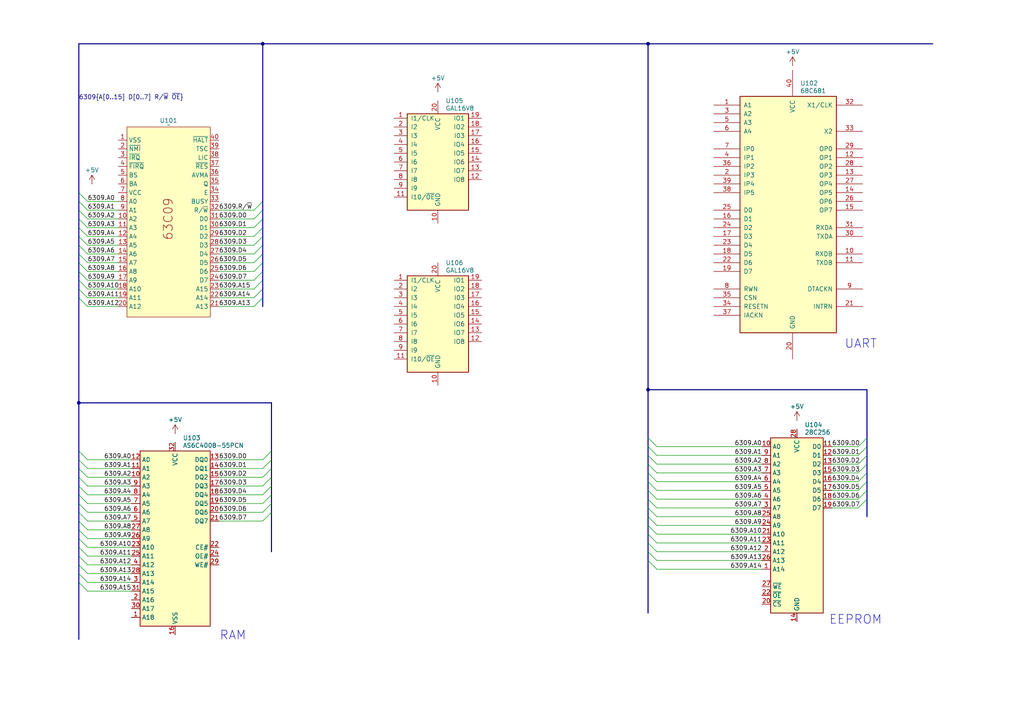
<source format=kicad_sch>
(kicad_sch (version 20231120) (generator "eeschema") (generator_version "8.0")
  (paper "A4")
  (title_block (title "frzn.63oh9") (date "2024-09-22") (rev "0.0.1") (comment 1 "A.M. Rowsell"))
  (lib_symbols
    (symbol "Interface_UART:68C681" (pin_names (offset 1.016))
      (property "Reference" "U" (at -1.27 2.54 0))
      (property "Value" "68C681" (at -1.27 -2.54 0))
      (symbol "68C681_0_1"
        (rectangle (start -15.24 -33.02) (end 12.7 35.56) (stroke (width 0.254)) (fill (type background)))
      )
      (symbol "68C681_1_1"
        (pin input line (at -22.86 33.02 0) (length 7.62) (name "A1") (number "1"))
        (pin input line (at 20.32 -10.16 180) (length 7.62) (name "RXDB") (number "10"))
        (pin output line (at 20.32 -12.7 180) (length 7.62) (name "TXDB") (number "11"))
        (pin output line (at 20.32 17.78 180) (length 7.62) (name "OP1") (number "12"))
        (pin output line (at 20.32 12.7 180) (length 7.62) (name "OP3") (number "13"))
        (pin output line (at 20.32 7.62 180) (length 7.62) (name "OP5") (number "14"))
        (pin output line (at 20.32 2.54 180) (length 7.62) (name "OP7") (number "15"))
        (pin input line (at -22.86 0 0) (length 7.62) (name "D1") (number "16"))
        (pin input line (at -22.86 -5.08 0) (length 7.62) (name "D3") (number "17"))
        (pin input line (at -22.86 -10.16 0) (length 7.62) (name "D5") (number "18"))
        (pin input line (at -22.86 -15.24 0) (length 7.62) (name "D7") (number "19"))
        (pin input line (at -22.86 12.7 0) (length 7.62) (name "IP3") (number "2"))
        (pin power_in line (at 0 -40.64 90) (length 7.62) (name "GND") (number "20"))
        (pin output line (at 20.32 -25.4 180) (length 7.62) (name "INTRN") (number "21"))
        (pin input line (at -22.86 -12.7 0) (length 7.62) (name "D6") (number "22"))
        (pin input line (at -22.86 -7.62 0) (length 7.62) (name "D4") (number "23"))
        (pin input line (at -22.86 -2.54 0) (length 7.62) (name "D2") (number "24"))
        (pin input line (at -22.86 2.54 0) (length 7.62) (name "D0") (number "25"))
        (pin output line (at 20.32 5.08 180) (length 7.62) (name "OP6") (number "26"))
        (pin output line (at 20.32 10.16 180) (length 7.62) (name "OP4") (number "27"))
        (pin output line (at 20.32 15.24 180) (length 7.62) (name "OP2") (number "28"))
        (pin output line (at 20.32 20.32 180) (length 7.62) (name "OP0") (number "29"))
        (pin input line (at -22.86 30.48 0) (length 7.62) (name "A2") (number "3"))
        (pin output line (at 20.32 -5.08 180) (length 7.62) (name "TXDA") (number "30"))
        (pin input line (at 20.32 -2.54 180) (length 7.62) (name "RXDA") (number "31"))
        (pin input line (at 20.32 33.02 180) (length 7.62) (name "X1/CLK") (number "32"))
        (pin output line (at 20.32 25.4 180) (length 7.62) (name "X2") (number "33"))
        (pin input line (at -22.86 -25.4 0) (length 7.62) (name "RESETN") (number "34"))
        (pin input line (at -22.86 -22.86 0) (length 7.62) (name "CSN") (number "35"))
        (pin input line (at -22.86 15.24 0) (length 7.62) (name "IP2") (number "36"))
        (pin input line (at -22.86 -27.94 0) (length 7.62) (name "IACKN") (number "37"))
        (pin input line (at -22.86 7.62 0) (length 7.62) (name "IP5") (number "38"))
        (pin input line (at -22.86 10.16 0) (length 7.62) (name "IP4") (number "39"))
        (pin input line (at -22.86 17.78 0) (length 7.62) (name "IP1") (number "4"))
        (pin power_in line (at 0 43.18 270) (length 7.62) (name "VCC") (number "40"))
        (pin input line (at -22.86 27.94 0) (length 7.62) (name "A3") (number "5"))
        (pin input line (at -22.86 25.4 0) (length 7.62) (name "A4") (number "6"))
        (pin input line (at -22.86 20.32 0) (length 7.62) (name "IP0") (number "7"))
        (pin input line (at -22.86 -20.32 0) (length 7.62) (name "RWN") (number "8"))
        (pin output line (at 20.32 -20.32 180) (length 7.62) (name "DTACKN") (number "9"))
      )
    )
    (symbol "Logic_Programmable:GAL16V8" (pin_names (offset 1.016))
      (property "Reference" "U" (at -8.89 16.51 0))
      (property "Value" "GAL16V8" (at 1.27 16.51 0))
      (symbol "GAL16V8_0_0"
        (pin power_in line (at 0 -17.78 90) (length 3.81) (name "GND") (number "10"))
        (pin power_in line (at 0 17.78 270) (length 3.81) (name "VCC") (number "20"))
      )
      (symbol "GAL16V8_0_1"
        (rectangle (start -8.89 13.97) (end 8.89 -13.97) (stroke (width 0.254)) (fill (type background)))
      )
      (symbol "GAL16V8_1_1"
        (pin input line (at -12.7 12.7 0) (length 3.81) (name "I1/CLK") (number "1"))
        (pin input line (at -12.7 -10.16 0) (length 3.81) (name "I10/~{OE}") (number "11"))
        (pin tri_state line (at 12.7 -5.08 180) (length 3.81) (name "IO8") (number "12"))
        (pin tri_state line (at 12.7 -2.54 180) (length 3.81) (name "IO7") (number "13"))
        (pin tri_state line (at 12.7 0 180) (length 3.81) (name "IO6") (number "14"))
        (pin tri_state line (at 12.7 2.54 180) (length 3.81) (name "IO5") (number "15"))
        (pin tri_state line (at 12.7 5.08 180) (length 3.81) (name "IO4") (number "16"))
        (pin tri_state line (at 12.7 7.62 180) (length 3.81) (name "I03") (number "17"))
        (pin tri_state line (at 12.7 10.16 180) (length 3.81) (name "IO2") (number "18"))
        (pin tri_state line (at 12.7 12.7 180) (length 3.81) (name "IO1") (number "19"))
        (pin input line (at -12.7 10.16 0) (length 3.81) (name "I2") (number "2"))
        (pin input line (at -12.7 7.62 0) (length 3.81) (name "I3") (number "3"))
        (pin input line (at -12.7 5.08 0) (length 3.81) (name "I4") (number "4"))
        (pin input line (at -12.7 2.54 0) (length 3.81) (name "I5") (number "5"))
        (pin input line (at -12.7 0 0) (length 3.81) (name "I6") (number "6"))
        (pin input line (at -12.7 -2.54 0) (length 3.81) (name "I7") (number "7"))
        (pin input line (at -12.7 -5.08 0) (length 3.81) (name "I8") (number "8"))
        (pin input line (at -12.7 -7.62 0) (length 3.81) (name "I9") (number "9"))
      )
    )
    (symbol "Memory_EEPROM:28C256"
      (property "Reference" "U" (at -7.62 26.67 0))
      (property "Value" "28C256" (at 2.54 -26.67 0))
      (symbol "28C256_1_1"
        (rectangle (start -7.62 25.4) (end 7.62 -25.4) (stroke (width 0.254)) (fill (type background)))
        (pin input line (at -10.16 -12.7 0) (length 2.54) (name "A14") (number "1"))
        (pin input line (at -10.16 22.86 0) (length 2.54) (name "A0") (number "10"))
        (pin tri_state line (at 10.16 22.86 180) (length 2.54) (name "D0") (number "11"))
        (pin tri_state line (at 10.16 20.32 180) (length 2.54) (name "D1") (number "12"))
        (pin tri_state line (at 10.16 17.78 180) (length 2.54) (name "D2") (number "13"))
        (pin power_in line (at 0 -27.94 90) (length 2.54) (name "GND") (number "14"))
        (pin tri_state line (at 10.16 15.24 180) (length 2.54) (name "D3") (number "15"))
        (pin tri_state line (at 10.16 12.7 180) (length 2.54) (name "D4") (number "16"))
        (pin tri_state line (at 10.16 10.16 180) (length 2.54) (name "D5") (number "17"))
        (pin tri_state line (at 10.16 7.62 180) (length 2.54) (name "D6") (number "18"))
        (pin tri_state line (at 10.16 5.08 180) (length 2.54) (name "D7") (number "19"))
        (pin input line (at -10.16 -7.62 0) (length 2.54) (name "A12") (number "2"))
        (pin input line (at -10.16 -22.86 0) (length 2.54) (name "~{CS}") (number "20"))
        (pin input line (at -10.16 -2.54 0) (length 2.54) (name "A10") (number "21"))
        (pin input line (at -10.16 -20.32 0) (length 2.54) (name "~{OE}") (number "22"))
        (pin input line (at -10.16 -5.08 0) (length 2.54) (name "A11") (number "23"))
        (pin input line (at -10.16 0 0) (length 2.54) (name "A9") (number "24"))
        (pin input line (at -10.16 2.54 0) (length 2.54) (name "A8") (number "25"))
        (pin input line (at -10.16 -10.16 0) (length 2.54) (name "A13") (number "26"))
        (pin input line (at -10.16 -17.78 0) (length 2.54) (name "~{WE}") (number "27"))
        (pin power_in line (at 0 27.94 270) (length 2.54) (name "VCC") (number "28"))
        (pin input line (at -10.16 5.08 0) (length 2.54) (name "A7") (number "3"))
        (pin input line (at -10.16 7.62 0) (length 2.54) (name "A6") (number "4"))
        (pin input line (at -10.16 10.16 0) (length 2.54) (name "A5") (number "5"))
        (pin input line (at -10.16 12.7 0) (length 2.54) (name "A4") (number "6"))
        (pin input line (at -10.16 15.24 0) (length 2.54) (name "A3") (number "7"))
        (pin input line (at -10.16 17.78 0) (length 2.54) (name "A2") (number "8"))
        (pin input line (at -10.16 20.32 0) (length 2.54) (name "A1") (number "9"))
      )
    )
    (symbol "Memory_RAM:AS6C4008-55PCN"
      (property "Reference" "U" (at -10.16 26.035 0))
      (property "Value" "AS6C4008-55PCN" (at 2.54 26.035 0))
      (symbol "AS6C4008-55PCN_0_0"
        (pin power_in line (at 0 -27.94 90) (length 2.54) (name "VSS") (number "16"))
        (pin power_in line (at 0 27.94 270) (length 2.54) (name "VCC") (number "32"))
      )
      (symbol "AS6C4008-55PCN_0_1"
        (rectangle (start -10.16 25.4) (end 10.16 -25.4) (stroke (width 0.254)) (fill (type background)))
      )
      (symbol "AS6C4008-55PCN_1_1"
        (pin input line (at -12.7 -22.86 0) (length 2.54) (name "A18") (number "1"))
        (pin input line (at -12.7 17.78 0) (length 2.54) (name "A2") (number "10"))
        (pin input line (at -12.7 20.32 0) (length 2.54) (name "A1") (number "11"))
        (pin input line (at -12.7 22.86 0) (length 2.54) (name "A0") (number "12"))
        (pin tri_state line (at 12.7 22.86 180) (length 2.54) (name "DQ0") (number "13"))
        (pin tri_state line (at 12.7 20.32 180) (length 2.54) (name "DQ1") (number "14"))
        (pin tri_state line (at 12.7 17.78 180) (length 2.54) (name "DQ2") (number "15"))
        (pin tri_state line (at 12.7 15.24 180) (length 2.54) (name "DQ3") (number "17"))
        (pin tri_state line (at 12.7 12.7 180) (length 2.54) (name "DQ4") (number "18"))
        (pin tri_state line (at 12.7 10.16 180) (length 2.54) (name "DQ5") (number "19"))
        (pin input line (at -12.7 -17.78 0) (length 2.54) (name "A16") (number "2"))
        (pin tri_state line (at 12.7 7.62 180) (length 2.54) (name "DQ6") (number "20"))
        (pin tri_state line (at 12.7 5.08 180) (length 2.54) (name "DQ7") (number "21"))
        (pin input line (at 12.7 -2.54 180) (length 2.54) (name "CE#") (number "22"))
        (pin input line (at -12.7 -2.54 0) (length 2.54) (name "A10") (number "23"))
        (pin input line (at 12.7 -5.08 180) (length 2.54) (name "OE#") (number "24"))
        (pin input line (at -12.7 -5.08 0) (length 2.54) (name "A11") (number "25"))
        (pin input line (at -12.7 0 0) (length 2.54) (name "A9") (number "26"))
        (pin input line (at -12.7 2.54 0) (length 2.54) (name "A8") (number "27"))
        (pin input line (at -12.7 -10.16 0) (length 2.54) (name "A13") (number "28"))
        (pin input line (at 12.7 -7.62 180) (length 2.54) (name "WE#") (number "29"))
        (pin input line (at -12.7 -12.7 0) (length 2.54) (name "A14") (number "3"))
        (pin input line (at -12.7 -20.32 0) (length 2.54) (name "A17") (number "30"))
        (pin input line (at -12.7 -15.24 0) (length 2.54) (name "A15") (number "31"))
        (pin input line (at -12.7 -7.62 0) (length 2.54) (name "A12") (number "4"))
        (pin input line (at -12.7 5.08 0) (length 2.54) (name "A7") (number "5"))
        (pin input line (at -12.7 7.62 0) (length 2.54) (name "A6") (number "6"))
        (pin input line (at -12.7 10.16 0) (length 2.54) (name "A5") (number "7"))
        (pin input line (at -12.7 12.7 0) (length 2.54) (name "A4") (number "8"))
        (pin input line (at -12.7 15.24 0) (length 2.54) (name "A3") (number "9"))
      )
    )
    (symbol "maxlib:63C09"
      (property "Reference" "U" (at -11.176 27.686 0))
      (symbol "63C09_0_0"
        (pin power_in line (at -14.478 22.86 0) (length 2.54) (name "VSS") (number "1"))
      )
      (symbol "63C09_1_1"
        (rectangle (start -11.938 26.67) (end 12.192 -28.448) (fill (type background)))
        (text "63C09" (at 0 0 900) (effects (font (size 2.54 2.54))))
        (pin output line (at -14.478 0 0) (length 2.54) (name "A2") (number "10"))
        (pin output line (at -14.478 -2.54 0) (length 2.54) (name "A3") (number "11"))
        (pin output line (at -14.478 -5.08 0) (length 2.54) (name "A4") (number "12"))
        (pin output line (at -14.478 -7.62 0) (length 2.54) (name "A5") (number "13"))
        (pin output line (at -14.478 -10.16 0) (length 2.54) (name "A6") (number "14"))
        (pin output line (at -14.478 -12.7 0) (length 2.54) (name "A7") (number "15"))
        (pin output line (at -14.478 -15.24 0) (length 2.54) (name "A8") (number "16"))
        (pin output line (at -14.478 -17.78 0) (length 2.54) (name "A9") (number "17"))
        (pin output line (at -14.478 -20.32 0) (length 2.54) (name "A10") (number "18"))
        (pin output line (at -14.478 -22.86 0) (length 2.54) (name "A11") (number "19"))
        (pin input line (at -14.478 20.32 0) (length 2.54) (name "~{NMI}") (number "2"))
        (pin output line (at -14.478 -25.4 0) (length 2.54) (name "A12") (number "20"))
        (pin output line (at 14.732 -25.4 180) (length 2.54) (name "A13") (number "21"))
        (pin output line (at 14.732 -22.86 180) (length 2.54) (name "A14") (number "22"))
        (pin output line (at 14.732 -20.32 180) (length 2.54) (name "A15") (number "23"))
        (pin bidirectional line (at 14.732 -17.78 180) (length 2.54) (name "D7") (number "24"))
        (pin bidirectional line (at 14.732 -15.24 180) (length 2.54) (name "D6") (number "25"))
        (pin bidirectional line (at 14.732 -12.7 180) (length 2.54) (name "D5") (number "26"))
        (pin bidirectional line (at 14.732 -10.16 180) (length 2.54) (name "D4") (number "27"))
        (pin bidirectional line (at 14.732 -7.62 180) (length 2.54) (name "D3") (number "28"))
        (pin bidirectional line (at 14.732 -5.08 180) (length 2.54) (name "D2") (number "29"))
        (pin input line (at -14.478 17.78 0) (length 2.54) (name "~{IRQ}") (number "3"))
        (pin bidirectional line (at 14.732 -2.54 180) (length 2.54) (name "D1") (number "30"))
        (pin bidirectional line (at 14.732 0 180) (length 2.54) (name "D0") (number "31"))
        (pin output line (at 14.732 2.54 180) (length 2.54) (name "R/~{W}") (number "32"))
        (pin output line (at 14.732 5.08 180) (length 2.54) (name "BUSY") (number "33"))
        (pin input line (at 14.732 7.62 180) (length 2.54) (name "E") (number "34"))
        (pin input line (at 14.732 10.16 180) (length 2.54) (name "Q") (number "35"))
        (pin input line (at 14.732 12.7 180) (length 2.54) (name "AVMA") (number "36"))
        (pin input line (at 14.732 15.24 180) (length 2.54) (name "~{RES}") (number "37"))
        (pin input line (at 14.732 17.78 180) (length 2.54) (name "LIC") (number "38"))
        (pin input line (at 14.732 20.32 180) (length 2.54) (name "TSC") (number "39"))
        (pin input line (at -14.478 15.24 0) (length 2.54) (name "~{FIRQ}") (number "4"))
        (pin input line (at 14.732 22.86 180) (length 2.54) (name "~{HALT}") (number "40"))
        (pin input line (at -14.478 12.7 0) (length 2.54) (name "BS") (number "5"))
        (pin input line (at -14.478 10.16 0) (length 2.54) (name "BA") (number "6"))
        (pin power_in line (at -14.478 7.62 0) (length 2.54) (name "VCC") (number "7"))
        (pin output line (at -14.478 5.08 0) (length 2.54) (name "A0") (number "8"))
        (pin output line (at -14.478 2.54 0) (length 2.54) (name "A1") (number "9"))
      )
    )
    (symbol "power:+5V" (power) (pin_numbers hide) (pin_names (offset 0) hide)
      (property "Value" "+5V" (at 0 3.556 0))
      (symbol "+5V_0_1"
        (polyline (pts (xy -0.762 1.27) (xy 0 2.54)))
        (polyline (pts (xy 0 0) (xy 0 2.54)))
        (polyline (pts (xy 0 2.54) (xy 0.762 1.27)))
      )
      (symbol "+5V_1_1"
        (pin power_in line (at 0 0 90) (length 0) (name "~") (number "1"))
      )
    )
  )
  (bus_alias "6309" (members "A[0..15]" "D[0..7]"))
  (junction (at 187.96 12.7))
  (junction (at 22.86 116.84))
  (junction (at 187.96 113.03))
  (junction (at 76.2 12.7))
  (bus_entry (at 187.96 162.56) (size 2.54 2.54))
  (bus_entry (at 22.86 146.05) (size 2.54 2.54))
  (bus_entry (at 187.96 137.16) (size 2.54 2.54))
  (bus_entry (at 78.74 146.05) (size -2.54 2.54))
  (bus_entry (at 22.86 166.37) (size 2.54 2.54))
  (bus_entry (at 22.86 163.83) (size 2.54 2.54))
  (bus_entry (at 78.74 148.59) (size -2.54 2.54))
  (bus_entry (at 22.86 158.75) (size 2.54 2.54))
  (bus_entry (at 76.2 60.96) (size -2.54 2.54))
  (bus_entry (at 76.2 58.42) (size -2.54 2.54))
  (bus_entry (at 22.86 78.74) (size 2.54 2.54))
  (bus_entry (at 22.86 143.51) (size 2.54 2.54))
  (bus_entry (at 76.2 81.28) (size -2.54 2.54))
  (bus_entry (at 22.86 71.12) (size 2.54 2.54))
  (bus_entry (at 22.86 130.81) (size 2.54 2.54))
  (bus_entry (at 78.74 143.51) (size -2.54 2.54))
  (bus_entry (at 187.96 139.7) (size 2.54 2.54))
  (bus_entry (at 78.74 140.97) (size -2.54 2.54))
  (bus_entry (at 22.86 86.36) (size 2.54 2.54))
  (bus_entry (at 76.2 63.5) (size -2.54 2.54))
  (bus_entry (at 78.74 133.35) (size -2.54 2.54))
  (bus_entry (at 22.86 168.91) (size 2.54 2.54))
  (bus_entry (at 251.46 137.16) (size -2.54 2.54))
  (bus_entry (at 251.46 132.08) (size -2.54 2.54))
  (bus_entry (at 78.74 138.43) (size -2.54 2.54))
  (bus_entry (at 78.74 135.89) (size -2.54 2.54))
  (bus_entry (at 76.2 71.12) (size -2.54 2.54))
  (bus_entry (at 251.46 134.62) (size -2.54 2.54))
  (bus_entry (at 187.96 144.78) (size 2.54 2.54))
  (bus_entry (at 187.96 127) (size 2.54 2.54))
  (bus_entry (at 187.96 157.48) (size 2.54 2.54))
  (bus_entry (at 22.86 73.66) (size 2.54 2.54))
  (bus_entry (at 22.86 156.21) (size 2.54 2.54))
  (bus_entry (at 187.96 152.4) (size 2.54 2.54))
  (bus_entry (at 187.96 134.62) (size 2.54 2.54))
  (bus_entry (at 187.96 129.54) (size 2.54 2.54))
  (bus_entry (at 22.86 133.35) (size 2.54 2.54))
  (bus_entry (at 22.86 68.58) (size 2.54 2.54))
  (bus_entry (at 187.96 147.32) (size 2.54 2.54))
  (bus_entry (at 187.96 160.02) (size 2.54 2.54))
  (bus_entry (at 251.46 127) (size -2.54 2.54))
  (bus_entry (at 251.46 142.24) (size -2.54 2.54))
  (bus_entry (at 22.86 140.97) (size 2.54 2.54))
  (bus_entry (at 251.46 129.54) (size -2.54 2.54))
  (bus_entry (at 22.86 63.5) (size 2.54 2.54))
  (bus_entry (at 22.86 135.89) (size 2.54 2.54))
  (bus_entry (at 78.74 130.81) (size -2.54 2.54))
  (bus_entry (at 22.86 81.28) (size 2.54 2.54))
  (bus_entry (at 76.2 86.36) (size -2.54 2.54))
  (bus_entry (at 251.46 144.78) (size -2.54 2.54))
  (bus_entry (at 76.2 78.74) (size -2.54 2.54))
  (bus_entry (at 187.96 132.08) (size 2.54 2.54))
  (bus_entry (at 76.2 83.82) (size -2.54 2.54))
  (bus_entry (at 22.86 58.42) (size 2.54 2.54))
  (bus_entry (at 22.86 153.67) (size 2.54 2.54))
  (bus_entry (at 76.2 68.58) (size -2.54 2.54))
  (bus_entry (at 22.86 151.13) (size 2.54 2.54))
  (bus_entry (at 251.46 139.7) (size -2.54 2.54))
  (bus_entry (at 187.96 154.94) (size 2.54 2.54))
  (bus_entry (at 22.86 138.43) (size 2.54 2.54))
  (bus_entry (at 76.2 73.66) (size -2.54 2.54))
  (bus_entry (at 22.86 60.96) (size 2.54 2.54))
  (bus_entry (at 22.86 148.59) (size 2.54 2.54))
  (bus_entry (at 76.2 76.2) (size -2.54 2.54))
  (bus_entry (at 187.96 149.86) (size 2.54 2.54))
  (bus_entry (at 187.96 142.24) (size 2.54 2.54))
  (bus_entry (at 22.86 76.2) (size 2.54 2.54))
  (bus_entry (at 22.86 66.04) (size 2.54 2.54))
  (bus_entry (at 22.86 83.82) (size 2.54 2.54))
  (bus_entry (at 76.2 66.04) (size -2.54 2.54))
  (bus_entry (at 22.86 55.88) (size 2.54 2.54))
  (bus_entry (at 22.86 161.29) (size 2.54 2.54))
  (bus (pts (xy 187.96 12.7) (xy 270.51 12.7)))
  (bus (pts (xy 22.86 158.75) (xy 22.86 161.29)))
  (bus (pts (xy 22.86 135.89) (xy 22.86 138.43)))
  (wire (pts (xy 25.4 78.74) (xy 34.29 78.74)))
  (bus (pts (xy 251.46 134.62) (xy 251.46 137.16)))
  (wire (pts (xy 25.4 138.43) (xy 38.1 138.43)))
  (wire (pts (xy 25.4 73.66) (xy 34.29 73.66)))
  (bus (pts (xy 187.96 129.54) (xy 187.96 132.08)))
  (bus (pts (xy 76.2 78.74) (xy 76.2 81.28)))
  (wire (pts (xy 241.3 132.08) (xy 248.92 132.08)))
  (bus (pts (xy 76.2 12.7) (xy 76.2 58.42)))
  (wire (pts (xy 63.5 76.2) (xy 73.66 76.2)))
  (bus (pts (xy 251.46 142.24) (xy 251.46 144.78)))
  (wire (pts (xy 25.4 58.42) (xy 34.29 58.42)))
  (bus (pts (xy 76.2 63.5) (xy 76.2 66.04)))
  (bus (pts (xy 76.2 58.42) (xy 76.2 60.96)))
  (bus (pts (xy 251.46 132.08) (xy 251.46 134.62)))
  (bus (pts (xy 187.96 134.62) (xy 187.96 137.16)))
  (bus (pts (xy 187.96 137.16) (xy 187.96 139.7)))
  (bus (pts (xy 78.74 148.59) (xy 78.74 160.02)))
  (bus (pts (xy 22.86 166.37) (xy 22.86 168.91)))
  (wire (pts (xy 63.5 146.05) (xy 76.2 146.05)))
  (bus (pts (xy 22.86 81.28) (xy 22.86 78.74)))
  (bus (pts (xy 251.46 127) (xy 251.46 129.54)))
  (wire (pts (xy 25.4 135.89) (xy 38.1 135.89)))
  (bus (pts (xy 187.96 127) (xy 187.96 129.54)))
  (wire (pts (xy 25.4 60.96) (xy 34.29 60.96)))
  (bus (pts (xy 187.96 12.7) (xy 187.96 113.03)))
  (wire (pts (xy 241.3 129.54) (xy 248.92 129.54)))
  (bus (pts (xy 22.86 130.81) (xy 22.86 133.35)))
  (bus (pts (xy 22.86 71.12) (xy 22.86 68.58)))
  (wire (pts (xy 25.4 168.91) (xy 38.1 168.91)))
  (bus (pts (xy 187.96 113.03) (xy 251.46 113.03)))
  (wire (pts (xy 63.5 66.04) (xy 73.66 66.04)))
  (bus (pts (xy 187.96 113.03) (xy 187.96 127)))
  (bus (pts (xy 78.74 135.89) (xy 78.74 138.43)))
  (bus (pts (xy 22.86 116.84) (xy 22.86 130.81)))
  (wire (pts (xy 25.4 143.51) (xy 38.1 143.51)))
  (wire (pts (xy 241.3 137.16) (xy 248.92 137.16)))
  (wire (pts (xy 190.5 165.1) (xy 220.98 165.1)))
  (bus (pts (xy 22.86 153.67) (xy 22.86 156.21)))
  (wire (pts (xy 25.4 151.13) (xy 38.1 151.13)))
  (bus (pts (xy 22.86 86.36) (xy 22.86 83.82)))
  (wire (pts (xy 63.5 86.36) (xy 73.66 86.36)))
  (wire (pts (xy 25.4 71.12) (xy 34.29 71.12)))
  (wire (pts (xy 63.5 133.35) (xy 76.2 133.35)))
  (bus (pts (xy 22.86 76.2) (xy 22.86 73.66)))
  (wire (pts (xy 25.4 86.36) (xy 34.29 86.36)))
  (wire (pts (xy 25.4 66.04) (xy 34.29 66.04)))
  (bus (pts (xy 22.86 133.35) (xy 22.86 135.89)))
  (wire (pts (xy 190.5 137.16) (xy 220.98 137.16)))
  (wire (pts (xy 63.5 68.58) (xy 73.66 68.58)))
  (bus (pts (xy 187.96 139.7) (xy 187.96 142.24)))
  (bus (pts (xy 22.86 168.91) (xy 22.86 185.42)))
  (wire (pts (xy 241.3 142.24) (xy 248.92 142.24)))
  (bus (pts (xy 78.74 133.35) (xy 78.74 135.89)))
  (wire (pts (xy 25.4 148.59) (xy 38.1 148.59)))
  (bus (pts (xy 22.86 156.21) (xy 22.86 158.75)))
  (bus (pts (xy 187.96 157.48) (xy 187.96 160.02)))
  (bus (pts (xy 22.86 63.5) (xy 22.86 60.96)))
  (wire (pts (xy 63.5 71.12) (xy 73.66 71.12)))
  (wire (pts (xy 63.5 81.28) (xy 73.66 81.28)))
  (bus (pts (xy 187.96 132.08) (xy 187.96 134.62)))
  (wire (pts (xy 25.4 163.83) (xy 38.1 163.83)))
  (bus (pts (xy 22.86 138.43) (xy 22.86 140.97)))
  (bus (pts (xy 22.86 83.82) (xy 22.86 81.28)))
  (wire (pts (xy 63.5 140.97) (xy 76.2 140.97)))
  (wire (pts (xy 190.5 162.56) (xy 220.98 162.56)))
  (bus (pts (xy 187.96 154.94) (xy 187.96 157.48)))
  (wire (pts (xy 63.5 88.9) (xy 73.66 88.9)))
  (bus (pts (xy 251.46 129.54) (xy 251.46 132.08)))
  (bus (pts (xy 187.96 142.24) (xy 187.96 144.78)))
  (bus (pts (xy 76.2 81.28) (xy 76.2 83.82)))
  (bus (pts (xy 76.2 83.82) (xy 76.2 86.36)))
  (wire (pts (xy 63.5 78.74) (xy 73.66 78.74)))
  (wire (pts (xy 25.4 146.05) (xy 38.1 146.05)))
  (wire (pts (xy 63.5 83.82) (xy 73.66 83.82)))
  (bus (pts (xy 78.74 143.51) (xy 78.74 146.05)))
  (bus (pts (xy 22.86 146.05) (xy 22.86 148.59)))
  (wire (pts (xy 190.5 132.08) (xy 220.98 132.08)))
  (bus (pts (xy 22.86 143.51) (xy 22.86 146.05)))
  (wire (pts (xy 25.4 140.97) (xy 38.1 140.97)))
  (bus (pts (xy 76.2 12.7) (xy 187.96 12.7)))
  (bus (pts (xy 76.2 73.66) (xy 76.2 76.2)))
  (bus (pts (xy 76.2 86.36) (xy 76.2 88.9)))
  (bus (pts (xy 76.2 71.12) (xy 76.2 73.66)))
  (wire (pts (xy 63.5 138.43) (xy 76.2 138.43)))
  (bus (pts (xy 78.74 146.05) (xy 78.74 148.59)))
  (bus (pts (xy 22.86 73.66) (xy 22.86 71.12)))
  (wire (pts (xy 63.5 73.66) (xy 73.66 73.66)))
  (bus (pts (xy 76.2 66.04) (xy 76.2 68.58)))
  (wire (pts (xy 190.5 152.4) (xy 220.98 152.4)))
  (wire (pts (xy 25.4 166.37) (xy 38.1 166.37)))
  (bus (pts (xy 22.86 161.29) (xy 22.86 163.83)))
  (bus (pts (xy 251.46 144.78) (xy 251.46 149.86)))
  (bus (pts (xy 78.74 116.84) (xy 78.74 130.81)))
  (bus (pts (xy 251.46 113.03) (xy 251.46 127)))
  (wire (pts (xy 63.5 143.51) (xy 76.2 143.51)))
  (bus (pts (xy 22.86 116.84) (xy 78.74 116.84)))
  (bus (pts (xy 78.74 138.43) (xy 78.74 140.97)))
  (bus (pts (xy 22.86 66.04) (xy 22.86 63.5)))
  (wire (pts (xy 241.3 139.7) (xy 248.92 139.7)))
  (wire (pts (xy 25.4 171.45) (xy 38.1 171.45)))
  (wire (pts (xy 25.4 158.75) (xy 38.1 158.75)))
  (bus (pts (xy 22.86 151.13) (xy 22.86 153.67)))
  (wire (pts (xy 190.5 134.62) (xy 220.98 134.62)))
  (bus (pts (xy 76.2 68.58) (xy 76.2 71.12)))
  (wire (pts (xy 63.5 60.96) (xy 73.66 60.96)))
  (wire (pts (xy 25.4 63.5) (xy 34.29 63.5)))
  (bus (pts (xy 251.46 137.16) (xy 251.46 139.7)))
  (bus (pts (xy 187.96 152.4) (xy 187.96 154.94)))
  (bus (pts (xy 22.86 78.74) (xy 22.86 76.2)))
  (bus (pts (xy 76.2 60.96) (xy 76.2 63.5)))
  (wire (pts (xy 25.4 81.28) (xy 34.29 81.28)))
  (bus (pts (xy 22.86 163.83) (xy 22.86 166.37)))
  (wire (pts (xy 25.4 76.2) (xy 34.29 76.2)))
  (bus (pts (xy 22.86 12.7) (xy 22.86 55.88)))
  (wire (pts (xy 190.5 154.94) (xy 220.98 154.94)))
  (wire (pts (xy 25.4 153.67) (xy 38.1 153.67)))
  (wire (pts (xy 190.5 142.24) (xy 220.98 142.24)))
  (wire (pts (xy 241.3 144.78) (xy 248.92 144.78)))
  (bus (pts (xy 251.46 139.7) (xy 251.46 142.24)))
  (bus (pts (xy 22.86 68.58) (xy 22.86 66.04)))
  (wire (pts (xy 25.4 161.29) (xy 38.1 161.29)))
  (bus (pts (xy 187.96 147.32) (xy 187.96 149.86)))
  (bus (pts (xy 22.86 60.96) (xy 22.86 58.42)))
  (wire (pts (xy 190.5 129.54) (xy 220.98 129.54)))
  (bus (pts (xy 22.86 148.59) (xy 22.86 151.13)))
  (bus (pts (xy 187.96 160.02) (xy 187.96 162.56)))
  (bus (pts (xy 76.2 76.2) (xy 76.2 78.74)))
  (wire (pts (xy 63.5 151.13) (xy 76.2 151.13)))
  (bus (pts (xy 78.74 130.81) (xy 78.74 133.35)))
  (wire (pts (xy 63.5 148.59) (xy 76.2 148.59)))
  (bus (pts (xy 187.96 144.78) (xy 187.96 147.32)))
  (wire (pts (xy 241.3 147.32) (xy 248.92 147.32)))
  (wire (pts (xy 190.5 144.78) (xy 220.98 144.78)))
  (bus (pts (xy 22.86 55.88) (xy 22.86 58.42)))
  (bus (pts (xy 22.86 140.97) (xy 22.86 143.51)))
  (bus (pts (xy 22.86 86.36) (xy 22.86 116.84)))
  (wire (pts (xy 190.5 139.7) (xy 220.98 139.7)))
  (wire (pts (xy 190.5 160.02) (xy 220.98 160.02)))
  (wire (pts (xy 25.4 156.21) (xy 38.1 156.21)))
  (bus (pts (xy 22.86 12.7) (xy 76.2 12.7)))
  (wire (pts (xy 25.4 88.9) (xy 34.29 88.9)))
  (wire (pts (xy 25.4 68.58) (xy 34.29 68.58)))
  (wire (pts (xy 241.3 134.62) (xy 248.92 134.62)))
  (wire (pts (xy 190.5 147.32) (xy 220.98 147.32)))
  (bus (pts (xy 187.96 149.86) (xy 187.96 152.4)))
  (wire (pts (xy 190.5 157.48) (xy 220.98 157.48)))
  (wire (pts (xy 190.5 149.86) (xy 220.98 149.86)))
  (bus (pts (xy 187.96 162.56) (xy 187.96 177.8)))
  (wire (pts (xy 25.4 83.82) (xy 34.29 83.82)))
  (bus (pts (xy 78.74 140.97) (xy 78.74 143.51)))
  (wire (pts (xy 25.4 133.35) (xy 38.1 133.35)))
  (wire (pts (xy 63.5 135.89) (xy 76.2 135.89)))
  (wire (pts (xy 63.5 63.5) (xy 73.66 63.5)))
  (text "EEPROM" (at 248.158 179.832 0) (effects (font (size 2.54 2.54))))
  (text "UART" (at 249.682 99.822 0) (effects (font (size 2.54 2.54))))
  (text "RAM" (at 67.564 184.404 0) (effects (font (size 2.54 2.54))))
  (label "6309.A10" (at 25.4 83.82 0))
  (label "6309.D0" (at 63.5 133.35 0))
  (label "6309.D2" (at 241.3 134.62 0))
  (label "6309.D6" (at 63.5 78.74 0))
  (label "6309.D0" (at 241.3 129.54 0))
  (label "6309.A10" (at 220.98 154.94 180))
  (label "6309.A13" (at 220.98 162.56 180))
  (label "6309.A8" (at 38.1 153.67 180))
  (label "6309.A13" (at 38.1 166.37 180))
  (label "6309.A15" (at 38.1 171.45 180))
  (label "6309.D5" (at 241.3 142.24 0))
  (label "6309.A6" (at 38.1 148.59 180))
  (label "6309.A9" (at 220.98 152.4 180))
  (label "6309.A7" (at 25.4 76.2 0))
  (label "6309.R{slash}~{W}" (at 63.5 60.96 0))
  (label "6309.A12" (at 220.98 160.02 180))
  (label "6309.D2" (at 63.5 138.43 0))
  (label "6309.A7" (at 220.98 147.32 180))
  (label "6309.A6" (at 25.4 73.66 0))
  (label "6309.A0" (at 25.4 58.42 0))
  (label "6309.D3" (at 63.5 140.97 0))
  (label "6309.A11" (at 38.1 161.29 180))
  (label "6309.D4" (at 63.5 73.66 0))
  (label "6309.D1" (at 63.5 135.89 0))
  (label "6309.D6" (at 241.3 144.78 0))
  (label "6309.D1" (at 63.5 66.04 0))
  (label "6309.A9" (at 38.1 156.21 180))
  (label "6309.A5" (at 25.4 71.12 0))
  (label "6309.A3" (at 25.4 66.04 0))
  (label "6309.A13" (at 63.5 88.9 0))
  (label "6309.D7" (at 63.5 151.13 0))
  (label "6309.A1" (at 25.4 60.96 0))
  (label "6309.A5" (at 220.98 142.24 180))
  (label "6309.A14" (at 220.98 165.1 180))
  (label "6309.A12" (at 25.4 88.9 0))
  (label "6309.D0" (at 63.5 63.5 0))
  (label "6309.D5" (at 63.5 76.2 0))
  (label "6309.A0" (at 38.1 133.35 180))
  (label "6309.A8" (at 220.98 149.86 180))
  (label "6309.D6" (at 63.5 148.59 0))
  (label "6309.A7" (at 38.1 151.13 180))
  (label "6309.D3" (at 241.3 137.16 0))
  (label "6309.A2" (at 38.1 138.43 180))
  (label "6309.A11" (at 220.98 157.48 180))
  (label "6309.D7" (at 63.5 81.28 0))
  (label "6309.A5" (at 38.1 146.05 180))
  (label "6309.A2" (at 25.4 63.5 0))
  (label "6309.A4" (at 220.98 139.7 180))
  (label "6309.A3" (at 220.98 137.16 180))
  (label "6309.D2" (at 63.5 68.58 0))
  (label "6309.D7" (at 241.3 147.32 0))
  (label "6309.A1" (at 38.1 135.89 180))
  (label "6309.A12" (at 38.1 163.83 180))
  (label "6309.A15" (at 63.5 83.82 0))
  (label "6309.A10" (at 38.1 158.75 180))
  (label "6309.A6" (at 220.98 144.78 180))
  (label "6309.D4" (at 241.3 139.7 0))
  (label "6309.A8" (at 25.4 78.74 0))
  (label "6309.A1" (at 220.98 132.08 180))
  (label "6309.A0" (at 220.98 129.54 180))
  (label "6309.A3" (at 38.1 140.97 180))
  (label "6309.A11" (at 25.4 86.36 0))
  (label "6309.A9" (at 25.4 81.28 0))
  (label "6309.A14" (at 38.1 168.91 180))
  (label "6309.A14" (at 63.5 86.36 0))
  (label "6309.D5" (at 63.5 146.05 0))
  (label "6309{A[0..15] D[0..7] R{slash}~{W} ~{OE}}" (at 22.86 29.21 0))
  (label "6309.A4" (at 38.1 143.51 180))
  (label "6309.D4" (at 63.5 143.51 0))
  (label "6309.A2" (at 220.98 134.62 180))
  (label "6309.D3" (at 63.5 71.12 0))
  (label "6309.D1" (at 241.3 132.08 0))
  (label "6309.A4" (at 25.4 68.58 0))
  (symbol (lib_id "Logic_Programmable:GAL16V8") (at 127 46.99 0) (unit 1)
    (property "Reference" "U105" (at 129.2241 29.2307 0) (effects (justify left)))
    (property "Value" "GAL16V8" (at 129.2241 31.4182 0) (effects (justify left)))
    (property "Description" "Programmable Logic Array, DIP-20/SOIC-20/PLCC-20" (effects (hide yes)))
  )
  (symbol (lib_id "power:+5V") (at 127 26.67 0) (unit 1)
    (property "Reference" "#PWR0103" (effects (hide yes)))
    (property "Value" "+5V" (at 127 22.6553 0))
    (property "Description" "Power symbol creates a global label with name \"+5V\"" (effects (hide yes)))
  )
  (symbol (lib_id "Logic_Programmable:GAL16V8") (at 127 93.98 0) (unit 1)
    (property "Reference" "U106" (at 129.2241 76.2207 0) (effects (justify left)))
    (property "Value" "GAL16V8" (at 129.2241 78.4082 0) (effects (justify left)))
    (property "Description" "Programmable Logic Array, DIP-20/SOIC-20/PLCC-20" (effects (hide yes)))
  )
  (symbol (lib_id "Memory_EEPROM:28C256") (at 231.14 152.4 0) (unit 1)
    (property "Reference" "U104" (at 233.3641 123.2107 0) (effects (justify left)))
    (property "Value" "28C256" (at 233.3641 125.3982 0) (effects (justify left)))
    (property "Datasheet" "http://ww1.microchip.com/downloads/en/DeviceDoc/doc0006.pdf" (effects (hide yes)))
    (property "Description" "Paged Parallel EEPROM 256Kb (32K x 8), DIP-28/SOIC-28" (effects (hide yes)))
  )
  (symbol (lib_id "power:+5V") (at 229.87 19.05 0) (unit 1)
    (property "Reference" "#PWR0102" (effects (hide yes)))
    (property "Value" "+5V" (at 229.87 15.0353 0))
    (property "Description" "Power symbol creates a global label with name \"+5V\"" (effects (hide yes)))
  )
  (symbol (lib_id "power:+5V") (at 50.8 125.73 0) (unit 1)
    (property "Reference" "#PWR0105" (effects (hide yes)))
    (property "Value" "+5V" (at 50.8 121.7153 0))
    (property "Description" "Power symbol creates a global label with name \"+5V\"" (effects (hide yes)))
  )
  (symbol (lib_id "power:+5V") (at 231.14 121.92 0) (unit 1)
    (property "Reference" "#PWR0101" (effects (hide yes)))
    (property "Value" "+5V" (at 231.14 117.9053 0))
    (property "Description" "Power symbol creates a global label with name \"+5V\"" (effects (hide yes)))
  )
  (symbol (lib_id "Interface_UART:68C681") (at 229.87 63.5 0) (unit 1)
    (property "Reference" "U102" (at 232.0941 24.1507 0) (effects (justify left)))
    (property "Value" "68C681" (at 232.0941 26.3382 0) (effects (justify left)))
    (property "Datasheet" "https://www.elektronik.ropla.eu/pdf/stock/exa/xr68c681.pdf" (effects (hide yes)))
    (property "Description" "CMOS Dual Channel UART" (effects (hide yes)))
  )
  (symbol (lib_id "Memory_RAM:AS6C4008-55PCN") (at 50.8 156.21 0) (unit 1)
    (property "Reference" "U103" (at 53.0241 127.0207 0) (effects (justify left)))
    (property "Value" "AS6C4008-55PCN" (at 53.0241 129.2082 0) (effects (justify left)))
    (property "Footprint" "Package_DIP:DIP-32_W15.24mm" (effects (hide yes)))
    (property "Datasheet" "https://www.alliancememory.com/wp-content/uploads/pdf/AS6C4008.pdf" (effects (hide yes)))
    (property "Description" "512K x 8 Low Power CMOS RAM, DIP-32" (effects (hide yes)))
  )
  (symbol (lib_id "power:+5V") (at 26.67 53.34 0) (unit 1)
    (property "Reference" "#PWR0104" (effects (hide yes)))
    (property "Value" "+5V" (at 26.67 49.3253 0))
    (property "Description" "Power symbol creates a global label with name \"+5V\"" (effects (hide yes)))
  )
  (symbol (lib_id "maxlib:63C09") (at 48.768 63.5 0) (unit 1)
    (property "Reference" "U101" (at 48.895 34.9743 0))
    (property "Value" "~" (at 48.895 36.2586 0))
  )
)
</source>
